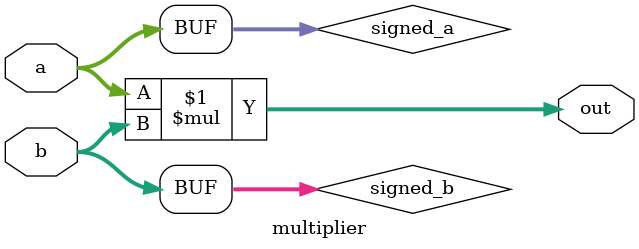
<source format=v>
module multiplier (
input [15:0] a, b,
output [15:0] out
);

wire signed [15:0] signed_a, signed_b;

assign signed_a = a;
assign signed_b = b;

assign out = signed_a*signed_b;

endmodule 
</source>
